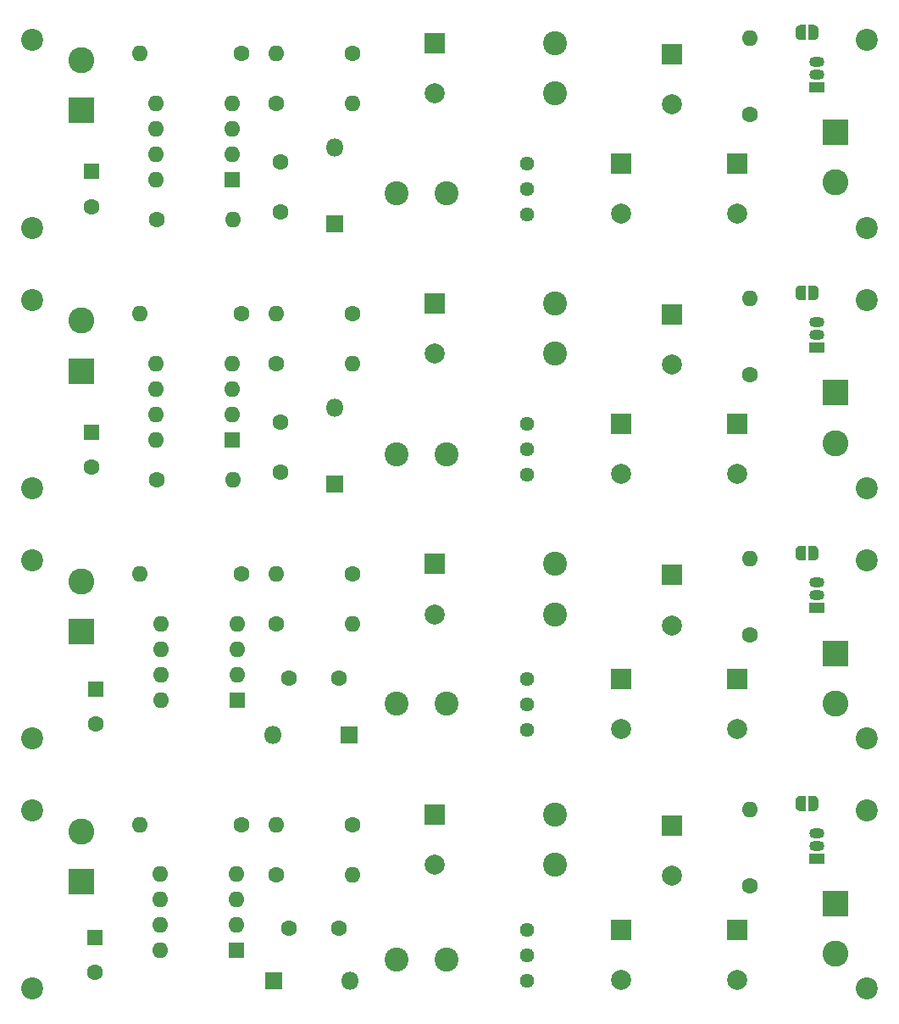
<source format=gts>
%TF.GenerationSoftware,KiCad,Pcbnew,(5.1.12)-1*%
%TF.CreationDate,2022-12-13T04:58:51+01:00*%
%TF.ProjectId,MC34063_panel,4d433334-3036-4335-9f70-616e656c2e6b,rev?*%
%TF.SameCoordinates,Original*%
%TF.FileFunction,Soldermask,Top*%
%TF.FilePolarity,Negative*%
%FSLAX46Y46*%
G04 Gerber Fmt 4.6, Leading zero omitted, Abs format (unit mm)*
G04 Created by KiCad (PCBNEW (5.1.12)-1) date 2022-12-13 04:58:51*
%MOMM*%
%LPD*%
G01*
G04 APERTURE LIST*
%ADD10C,1.600000*%
%ADD11R,2.600000X2.600000*%
%ADD12C,2.600000*%
%ADD13O,1.800000X1.800000*%
%ADD14R,1.800000X1.800000*%
%ADD15C,0.100000*%
%ADD16C,2.400000*%
%ADD17R,1.600000X1.600000*%
%ADD18C,2.200000*%
%ADD19C,2.000000*%
%ADD20R,2.000000X2.000000*%
%ADD21O,1.600000X1.600000*%
%ADD22C,1.440000*%
%ADD23R,1.500000X1.050000*%
%ADD24O,1.500000X1.050000*%
G04 APERTURE END LIST*
D10*
%TO.C,C2*%
X72400000Y-99800000D03*
X72400000Y-104800000D03*
%TD*%
D11*
%TO.C,J1*%
X52500000Y-94700000D03*
D12*
X52500000Y-89700000D03*
%TD*%
D13*
%TO.C,D1*%
X77800000Y-98380000D03*
D14*
X77800000Y-106000000D03*
%TD*%
D15*
%TO.C,JP1*%
G36*
X125650000Y-86150602D02*
G01*
X125674534Y-86150602D01*
X125723365Y-86155412D01*
X125771490Y-86164984D01*
X125818445Y-86179228D01*
X125863778Y-86198005D01*
X125907051Y-86221136D01*
X125947850Y-86248396D01*
X125985779Y-86279524D01*
X126020476Y-86314221D01*
X126051604Y-86352150D01*
X126078864Y-86392949D01*
X126101995Y-86436222D01*
X126120772Y-86481555D01*
X126135016Y-86528510D01*
X126144588Y-86576635D01*
X126149398Y-86625466D01*
X126149398Y-86650000D01*
X126150000Y-86650000D01*
X126150000Y-87150000D01*
X126149398Y-87150000D01*
X126149398Y-87174534D01*
X126144588Y-87223365D01*
X126135016Y-87271490D01*
X126120772Y-87318445D01*
X126101995Y-87363778D01*
X126078864Y-87407051D01*
X126051604Y-87447850D01*
X126020476Y-87485779D01*
X125985779Y-87520476D01*
X125947850Y-87551604D01*
X125907051Y-87578864D01*
X125863778Y-87601995D01*
X125818445Y-87620772D01*
X125771490Y-87635016D01*
X125723365Y-87644588D01*
X125674534Y-87649398D01*
X125650000Y-87649398D01*
X125650000Y-87650000D01*
X125150000Y-87650000D01*
X125150000Y-86150000D01*
X125650000Y-86150000D01*
X125650000Y-86150602D01*
G37*
G36*
X124850000Y-87650000D02*
G01*
X124350000Y-87650000D01*
X124350000Y-87649398D01*
X124325466Y-87649398D01*
X124276635Y-87644588D01*
X124228510Y-87635016D01*
X124181555Y-87620772D01*
X124136222Y-87601995D01*
X124092949Y-87578864D01*
X124052150Y-87551604D01*
X124014221Y-87520476D01*
X123979524Y-87485779D01*
X123948396Y-87447850D01*
X123921136Y-87407051D01*
X123898005Y-87363778D01*
X123879228Y-87318445D01*
X123864984Y-87271490D01*
X123855412Y-87223365D01*
X123850602Y-87174534D01*
X123850602Y-87150000D01*
X123850000Y-87150000D01*
X123850000Y-86650000D01*
X123850602Y-86650000D01*
X123850602Y-86625466D01*
X123855412Y-86576635D01*
X123864984Y-86528510D01*
X123879228Y-86481555D01*
X123898005Y-86436222D01*
X123921136Y-86392949D01*
X123948396Y-86352150D01*
X123979524Y-86314221D01*
X124014221Y-86279524D01*
X124052150Y-86248396D01*
X124092949Y-86221136D01*
X124136222Y-86198005D01*
X124181555Y-86179228D01*
X124228510Y-86164984D01*
X124276635Y-86155412D01*
X124325466Y-86150602D01*
X124350000Y-86150602D01*
X124350000Y-86150000D01*
X124850000Y-86150000D01*
X124850000Y-87650000D01*
G37*
%TD*%
D12*
%TO.C,J2*%
X127800000Y-101900000D03*
D11*
X127800000Y-96900000D03*
%TD*%
D16*
%TO.C,L2*%
X99800000Y-88000000D03*
X99800000Y-93000000D03*
%TD*%
%TO.C,L1*%
X89000000Y-103000000D03*
X84000000Y-103000000D03*
%TD*%
D10*
%TO.C,C1*%
X53500000Y-104300000D03*
D17*
X53500000Y-100800000D03*
%TD*%
D18*
%TO.C,H4*%
X131000000Y-106400000D03*
%TD*%
%TO.C,H3*%
X131000000Y-87600000D03*
%TD*%
%TO.C,H2*%
X47600000Y-87600000D03*
%TD*%
%TO.C,H1*%
X47600000Y-106400000D03*
%TD*%
D19*
%TO.C,C6*%
X118000000Y-105000000D03*
D20*
X118000000Y-100000000D03*
%TD*%
%TO.C,C5*%
X111500000Y-89100000D03*
D19*
X111500000Y-94100000D03*
%TD*%
D20*
%TO.C,C4*%
X106400000Y-100000000D03*
D19*
X106400000Y-105000000D03*
%TD*%
%TO.C,C3*%
X87800000Y-93000000D03*
D20*
X87800000Y-88000000D03*
%TD*%
D21*
%TO.C,U1*%
X59980000Y-101600000D03*
X67600000Y-93980000D03*
X59980000Y-99060000D03*
X67600000Y-96520000D03*
X59980000Y-96520000D03*
X67600000Y-99060000D03*
X59980000Y-93980000D03*
D17*
X67600000Y-101600000D03*
%TD*%
D22*
%TO.C,RV1*%
X97000000Y-105080000D03*
X97000000Y-102540000D03*
X97000000Y-100000000D03*
%TD*%
D10*
%TO.C,R5*%
X119300000Y-95100000D03*
D21*
X119300000Y-87480000D03*
%TD*%
%TO.C,R4*%
X79620000Y-94000000D03*
D10*
X72000000Y-94000000D03*
%TD*%
%TO.C,R3*%
X60000000Y-105600000D03*
D21*
X67620000Y-105600000D03*
%TD*%
%TO.C,R2*%
X71980000Y-89000000D03*
D10*
X79600000Y-89000000D03*
%TD*%
D21*
%TO.C,R1*%
X58340000Y-89000000D03*
D10*
X68500000Y-89000000D03*
%TD*%
D23*
%TO.C,Q1*%
X126000000Y-92400000D03*
D24*
X126000000Y-89860000D03*
X126000000Y-91130000D03*
%TD*%
D10*
%TO.C,C2*%
X72400000Y-78800000D03*
X72400000Y-73800000D03*
%TD*%
D14*
%TO.C,D1*%
X77800000Y-80000000D03*
D13*
X77800000Y-72380000D03*
%TD*%
D12*
%TO.C,J1*%
X52500000Y-63700000D03*
D11*
X52500000Y-68700000D03*
%TD*%
%TO.C,J2*%
X127800000Y-70900000D03*
D12*
X127800000Y-75900000D03*
%TD*%
D15*
%TO.C,JP1*%
G36*
X124850000Y-61650000D02*
G01*
X124350000Y-61650000D01*
X124350000Y-61649398D01*
X124325466Y-61649398D01*
X124276635Y-61644588D01*
X124228510Y-61635016D01*
X124181555Y-61620772D01*
X124136222Y-61601995D01*
X124092949Y-61578864D01*
X124052150Y-61551604D01*
X124014221Y-61520476D01*
X123979524Y-61485779D01*
X123948396Y-61447850D01*
X123921136Y-61407051D01*
X123898005Y-61363778D01*
X123879228Y-61318445D01*
X123864984Y-61271490D01*
X123855412Y-61223365D01*
X123850602Y-61174534D01*
X123850602Y-61150000D01*
X123850000Y-61150000D01*
X123850000Y-60650000D01*
X123850602Y-60650000D01*
X123850602Y-60625466D01*
X123855412Y-60576635D01*
X123864984Y-60528510D01*
X123879228Y-60481555D01*
X123898005Y-60436222D01*
X123921136Y-60392949D01*
X123948396Y-60352150D01*
X123979524Y-60314221D01*
X124014221Y-60279524D01*
X124052150Y-60248396D01*
X124092949Y-60221136D01*
X124136222Y-60198005D01*
X124181555Y-60179228D01*
X124228510Y-60164984D01*
X124276635Y-60155412D01*
X124325466Y-60150602D01*
X124350000Y-60150602D01*
X124350000Y-60150000D01*
X124850000Y-60150000D01*
X124850000Y-61650000D01*
G37*
G36*
X125650000Y-60150602D02*
G01*
X125674534Y-60150602D01*
X125723365Y-60155412D01*
X125771490Y-60164984D01*
X125818445Y-60179228D01*
X125863778Y-60198005D01*
X125907051Y-60221136D01*
X125947850Y-60248396D01*
X125985779Y-60279524D01*
X126020476Y-60314221D01*
X126051604Y-60352150D01*
X126078864Y-60392949D01*
X126101995Y-60436222D01*
X126120772Y-60481555D01*
X126135016Y-60528510D01*
X126144588Y-60576635D01*
X126149398Y-60625466D01*
X126149398Y-60650000D01*
X126150000Y-60650000D01*
X126150000Y-61150000D01*
X126149398Y-61150000D01*
X126149398Y-61174534D01*
X126144588Y-61223365D01*
X126135016Y-61271490D01*
X126120772Y-61318445D01*
X126101995Y-61363778D01*
X126078864Y-61407051D01*
X126051604Y-61447850D01*
X126020476Y-61485779D01*
X125985779Y-61520476D01*
X125947850Y-61551604D01*
X125907051Y-61578864D01*
X125863778Y-61601995D01*
X125818445Y-61620772D01*
X125771490Y-61635016D01*
X125723365Y-61644588D01*
X125674534Y-61649398D01*
X125650000Y-61649398D01*
X125650000Y-61650000D01*
X125150000Y-61650000D01*
X125150000Y-60150000D01*
X125650000Y-60150000D01*
X125650000Y-60150602D01*
G37*
%TD*%
D16*
%TO.C,L1*%
X84000000Y-77000000D03*
X89000000Y-77000000D03*
%TD*%
%TO.C,L2*%
X99800000Y-67000000D03*
X99800000Y-62000000D03*
%TD*%
D24*
%TO.C,Q1*%
X126000000Y-65130000D03*
X126000000Y-63860000D03*
D23*
X126000000Y-66400000D03*
%TD*%
D10*
%TO.C,R1*%
X68500000Y-63000000D03*
D21*
X58340000Y-63000000D03*
%TD*%
D10*
%TO.C,R2*%
X79600000Y-63000000D03*
D21*
X71980000Y-63000000D03*
%TD*%
%TO.C,R3*%
X67620000Y-79600000D03*
D10*
X60000000Y-79600000D03*
%TD*%
%TO.C,R4*%
X72000000Y-68000000D03*
D21*
X79620000Y-68000000D03*
%TD*%
%TO.C,R5*%
X119300000Y-61480000D03*
D10*
X119300000Y-69100000D03*
%TD*%
D22*
%TO.C,RV1*%
X97000000Y-74000000D03*
X97000000Y-76540000D03*
X97000000Y-79080000D03*
%TD*%
D17*
%TO.C,U1*%
X67600000Y-75600000D03*
D21*
X59980000Y-67980000D03*
X67600000Y-73060000D03*
X59980000Y-70520000D03*
X67600000Y-70520000D03*
X59980000Y-73060000D03*
X67600000Y-67980000D03*
X59980000Y-75600000D03*
%TD*%
D20*
%TO.C,C3*%
X87800000Y-62000000D03*
D19*
X87800000Y-67000000D03*
%TD*%
%TO.C,C4*%
X106400000Y-79000000D03*
D20*
X106400000Y-74000000D03*
%TD*%
D19*
%TO.C,C5*%
X111500000Y-68100000D03*
D20*
X111500000Y-63100000D03*
%TD*%
%TO.C,C6*%
X118000000Y-74000000D03*
D19*
X118000000Y-79000000D03*
%TD*%
D18*
%TO.C,H1*%
X47600000Y-80400000D03*
%TD*%
%TO.C,H2*%
X47600000Y-61600000D03*
%TD*%
%TO.C,H3*%
X131000000Y-61600000D03*
%TD*%
%TO.C,H4*%
X131000000Y-80400000D03*
%TD*%
D17*
%TO.C,C1*%
X53500000Y-74800000D03*
D10*
X53500000Y-78300000D03*
%TD*%
%TO.C,C2*%
X73200000Y-125400000D03*
X78200000Y-125400000D03*
%TD*%
D14*
%TO.C,D1*%
X79200000Y-131100000D03*
D13*
X71580000Y-131100000D03*
%TD*%
D12*
%TO.C,J1*%
X52500000Y-115700000D03*
D11*
X52500000Y-120700000D03*
%TD*%
%TO.C,J2*%
X127800000Y-122900000D03*
D12*
X127800000Y-127900000D03*
%TD*%
D15*
%TO.C,JP1*%
G36*
X124850000Y-113650000D02*
G01*
X124350000Y-113650000D01*
X124350000Y-113649398D01*
X124325466Y-113649398D01*
X124276635Y-113644588D01*
X124228510Y-113635016D01*
X124181555Y-113620772D01*
X124136222Y-113601995D01*
X124092949Y-113578864D01*
X124052150Y-113551604D01*
X124014221Y-113520476D01*
X123979524Y-113485779D01*
X123948396Y-113447850D01*
X123921136Y-113407051D01*
X123898005Y-113363778D01*
X123879228Y-113318445D01*
X123864984Y-113271490D01*
X123855412Y-113223365D01*
X123850602Y-113174534D01*
X123850602Y-113150000D01*
X123850000Y-113150000D01*
X123850000Y-112650000D01*
X123850602Y-112650000D01*
X123850602Y-112625466D01*
X123855412Y-112576635D01*
X123864984Y-112528510D01*
X123879228Y-112481555D01*
X123898005Y-112436222D01*
X123921136Y-112392949D01*
X123948396Y-112352150D01*
X123979524Y-112314221D01*
X124014221Y-112279524D01*
X124052150Y-112248396D01*
X124092949Y-112221136D01*
X124136222Y-112198005D01*
X124181555Y-112179228D01*
X124228510Y-112164984D01*
X124276635Y-112155412D01*
X124325466Y-112150602D01*
X124350000Y-112150602D01*
X124350000Y-112150000D01*
X124850000Y-112150000D01*
X124850000Y-113650000D01*
G37*
G36*
X125650000Y-112150602D02*
G01*
X125674534Y-112150602D01*
X125723365Y-112155412D01*
X125771490Y-112164984D01*
X125818445Y-112179228D01*
X125863778Y-112198005D01*
X125907051Y-112221136D01*
X125947850Y-112248396D01*
X125985779Y-112279524D01*
X126020476Y-112314221D01*
X126051604Y-112352150D01*
X126078864Y-112392949D01*
X126101995Y-112436222D01*
X126120772Y-112481555D01*
X126135016Y-112528510D01*
X126144588Y-112576635D01*
X126149398Y-112625466D01*
X126149398Y-112650000D01*
X126150000Y-112650000D01*
X126150000Y-113150000D01*
X126149398Y-113150000D01*
X126149398Y-113174534D01*
X126144588Y-113223365D01*
X126135016Y-113271490D01*
X126120772Y-113318445D01*
X126101995Y-113363778D01*
X126078864Y-113407051D01*
X126051604Y-113447850D01*
X126020476Y-113485779D01*
X125985779Y-113520476D01*
X125947850Y-113551604D01*
X125907051Y-113578864D01*
X125863778Y-113601995D01*
X125818445Y-113620772D01*
X125771490Y-113635016D01*
X125723365Y-113644588D01*
X125674534Y-113649398D01*
X125650000Y-113649398D01*
X125650000Y-113650000D01*
X125150000Y-113650000D01*
X125150000Y-112150000D01*
X125650000Y-112150000D01*
X125650000Y-112150602D01*
G37*
%TD*%
D16*
%TO.C,L1*%
X84000000Y-127900000D03*
X89000000Y-127900000D03*
%TD*%
%TO.C,L2*%
X99800000Y-119000000D03*
X99800000Y-114000000D03*
%TD*%
D24*
%TO.C,Q1*%
X126000000Y-117130000D03*
X126000000Y-115860000D03*
D23*
X126000000Y-118400000D03*
%TD*%
D10*
%TO.C,R1*%
X68500000Y-115000000D03*
D21*
X58340000Y-115000000D03*
%TD*%
D10*
%TO.C,R2*%
X79600000Y-115000000D03*
D21*
X71980000Y-115000000D03*
%TD*%
D10*
%TO.C,R4*%
X72000000Y-120000000D03*
D21*
X79620000Y-120000000D03*
%TD*%
%TO.C,R5*%
X119300000Y-113480000D03*
D10*
X119300000Y-121100000D03*
%TD*%
D22*
%TO.C,RV1*%
X97000000Y-125500000D03*
X97000000Y-128040000D03*
X97000000Y-130580000D03*
%TD*%
D17*
%TO.C,U1*%
X68100000Y-127600000D03*
D21*
X60480000Y-119980000D03*
X68100000Y-125060000D03*
X60480000Y-122520000D03*
X68100000Y-122520000D03*
X60480000Y-125060000D03*
X68100000Y-119980000D03*
X60480000Y-127600000D03*
%TD*%
D20*
%TO.C,C3*%
X87800000Y-114000000D03*
D19*
X87800000Y-119000000D03*
%TD*%
%TO.C,C4*%
X106400000Y-130500000D03*
D20*
X106400000Y-125500000D03*
%TD*%
D19*
%TO.C,C5*%
X111500000Y-120100000D03*
D20*
X111500000Y-115100000D03*
%TD*%
%TO.C,C6*%
X118000000Y-125500000D03*
D19*
X118000000Y-130500000D03*
%TD*%
D18*
%TO.C,H1*%
X47600000Y-131400000D03*
%TD*%
%TO.C,H2*%
X47600000Y-113600000D03*
%TD*%
%TO.C,H3*%
X131000000Y-113600000D03*
%TD*%
%TO.C,H4*%
X131000000Y-131400000D03*
%TD*%
D17*
%TO.C,C1*%
X53900000Y-126500000D03*
D10*
X53900000Y-130000000D03*
%TD*%
%TO.C,C2*%
X73200000Y-150400000D03*
X78200000Y-150400000D03*
%TD*%
D13*
%TO.C,D1*%
X79320000Y-155600000D03*
D14*
X71700000Y-155600000D03*
%TD*%
D12*
%TO.C,J1*%
X52500000Y-140700000D03*
D11*
X52500000Y-145700000D03*
%TD*%
%TO.C,J2*%
X127800000Y-147900000D03*
D12*
X127800000Y-152900000D03*
%TD*%
D15*
%TO.C,JP1*%
G36*
X124850000Y-138650000D02*
G01*
X124350000Y-138650000D01*
X124350000Y-138649398D01*
X124325466Y-138649398D01*
X124276635Y-138644588D01*
X124228510Y-138635016D01*
X124181555Y-138620772D01*
X124136222Y-138601995D01*
X124092949Y-138578864D01*
X124052150Y-138551604D01*
X124014221Y-138520476D01*
X123979524Y-138485779D01*
X123948396Y-138447850D01*
X123921136Y-138407051D01*
X123898005Y-138363778D01*
X123879228Y-138318445D01*
X123864984Y-138271490D01*
X123855412Y-138223365D01*
X123850602Y-138174534D01*
X123850602Y-138150000D01*
X123850000Y-138150000D01*
X123850000Y-137650000D01*
X123850602Y-137650000D01*
X123850602Y-137625466D01*
X123855412Y-137576635D01*
X123864984Y-137528510D01*
X123879228Y-137481555D01*
X123898005Y-137436222D01*
X123921136Y-137392949D01*
X123948396Y-137352150D01*
X123979524Y-137314221D01*
X124014221Y-137279524D01*
X124052150Y-137248396D01*
X124092949Y-137221136D01*
X124136222Y-137198005D01*
X124181555Y-137179228D01*
X124228510Y-137164984D01*
X124276635Y-137155412D01*
X124325466Y-137150602D01*
X124350000Y-137150602D01*
X124350000Y-137150000D01*
X124850000Y-137150000D01*
X124850000Y-138650000D01*
G37*
G36*
X125650000Y-137150602D02*
G01*
X125674534Y-137150602D01*
X125723365Y-137155412D01*
X125771490Y-137164984D01*
X125818445Y-137179228D01*
X125863778Y-137198005D01*
X125907051Y-137221136D01*
X125947850Y-137248396D01*
X125985779Y-137279524D01*
X126020476Y-137314221D01*
X126051604Y-137352150D01*
X126078864Y-137392949D01*
X126101995Y-137436222D01*
X126120772Y-137481555D01*
X126135016Y-137528510D01*
X126144588Y-137576635D01*
X126149398Y-137625466D01*
X126149398Y-137650000D01*
X126150000Y-137650000D01*
X126150000Y-138150000D01*
X126149398Y-138150000D01*
X126149398Y-138174534D01*
X126144588Y-138223365D01*
X126135016Y-138271490D01*
X126120772Y-138318445D01*
X126101995Y-138363778D01*
X126078864Y-138407051D01*
X126051604Y-138447850D01*
X126020476Y-138485779D01*
X125985779Y-138520476D01*
X125947850Y-138551604D01*
X125907051Y-138578864D01*
X125863778Y-138601995D01*
X125818445Y-138620772D01*
X125771490Y-138635016D01*
X125723365Y-138644588D01*
X125674534Y-138649398D01*
X125650000Y-138649398D01*
X125650000Y-138650000D01*
X125150000Y-138650000D01*
X125150000Y-137150000D01*
X125650000Y-137150000D01*
X125650000Y-137150602D01*
G37*
%TD*%
D16*
%TO.C,L1*%
X89000000Y-153500000D03*
X84000000Y-153500000D03*
%TD*%
%TO.C,L2*%
X99800000Y-144000000D03*
X99800000Y-139000000D03*
%TD*%
D10*
%TO.C,R1*%
X68500000Y-140000000D03*
D21*
X58340000Y-140000000D03*
%TD*%
D10*
%TO.C,R2*%
X79600000Y-140000000D03*
D21*
X71980000Y-140000000D03*
%TD*%
D10*
%TO.C,R4*%
X72000000Y-145000000D03*
D21*
X79620000Y-145000000D03*
%TD*%
%TO.C,R5*%
X119300000Y-138480000D03*
D10*
X119300000Y-146100000D03*
%TD*%
D22*
%TO.C,RV1*%
X97000000Y-155580000D03*
X97000000Y-153040000D03*
X97000000Y-150500000D03*
%TD*%
D17*
%TO.C,U1*%
X68000000Y-152600000D03*
D21*
X60380000Y-144980000D03*
X68000000Y-150060000D03*
X60380000Y-147520000D03*
X68000000Y-147520000D03*
X60380000Y-150060000D03*
X68000000Y-144980000D03*
X60380000Y-152600000D03*
%TD*%
D20*
%TO.C,C3*%
X87800000Y-139000000D03*
D19*
X87800000Y-144000000D03*
%TD*%
D20*
%TO.C,C4*%
X106400000Y-150500000D03*
D19*
X106400000Y-155500000D03*
%TD*%
%TO.C,C5*%
X111500000Y-145100000D03*
D20*
X111500000Y-140100000D03*
%TD*%
D19*
%TO.C,C6*%
X118000000Y-155500000D03*
D20*
X118000000Y-150500000D03*
%TD*%
D18*
%TO.C,H1*%
X47600000Y-156400000D03*
%TD*%
%TO.C,H2*%
X47600000Y-138600000D03*
%TD*%
%TO.C,H3*%
X131000000Y-138600000D03*
%TD*%
%TO.C,H4*%
X131000000Y-156400000D03*
%TD*%
D17*
%TO.C,C1*%
X53800000Y-151300000D03*
D10*
X53800000Y-154800000D03*
%TD*%
D23*
%TO.C,Q1*%
X126000000Y-143400000D03*
D24*
X126000000Y-140860000D03*
X126000000Y-142130000D03*
%TD*%
M02*

</source>
